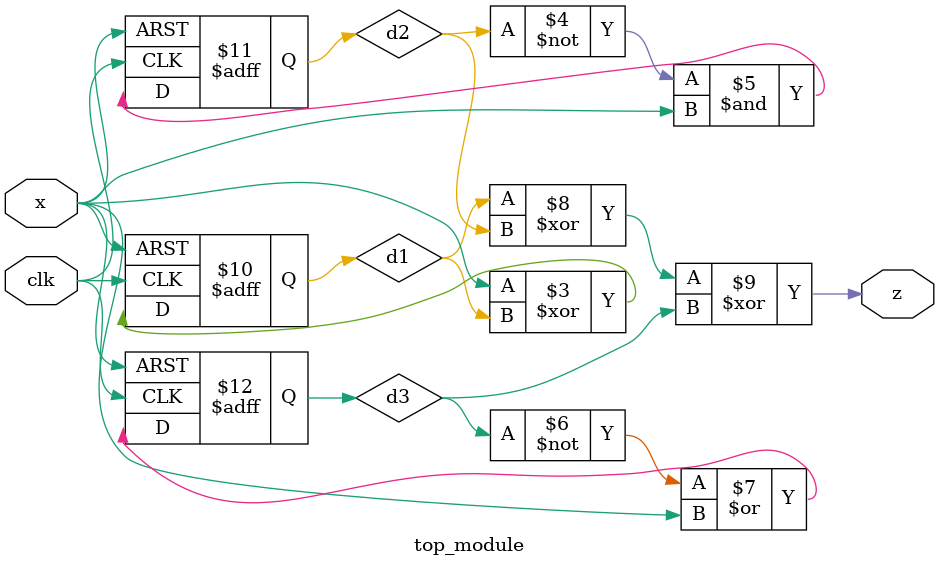
<source format=sv>
module top_module (
	input clk,
	input x,
	output z
);
	reg d1, d2, d3 ;
	
	always @(posedge clk or negedge x)
	begin
		if (~x)
		begin
			d1 <= 1'b0;
			d2 <= 1'b0;
			d3 <= 1'b0;
		end
		else
		begin
			d1 <= x ^ d1 ;
			d2 <= ~d2 & x ;
			d3 <= ~d3 | x ;
		end
	end
	
	assign z = d1 ^ d2 ^ d3;
endmodule

</source>
